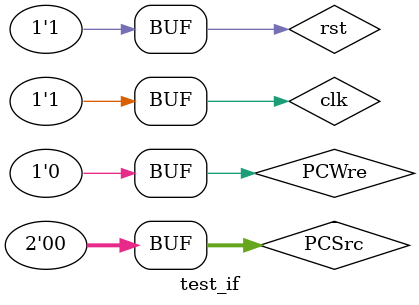
<source format=v>
`timescale 1ns / 1ps


module test_if;

	// Inputs
	reg clk;
	reg rst;
	reg [1:0] PCSrc;
	reg PCWre ;
	// Outputs
	wire [31:0] IRInstruction;
	wire [31:0] curPC;

	// Instantiate the Unit Under Test (UUT)
	IF uut (
		.clk(clk), 
		.rst(rst), 
		.PCSrc(PCSrc), 
		.IRInstruction(IRInstruction), 
		.curPC(curPC),
		.PCWre(PCWre)
	);

	initial begin
		// Initialize Inputs
		clk = 0;
		rst = 0;
		PCSrc = 2'b00;
		PCWre = 0;
		// Wait 100 ns for global reset to finish
		#1000;
		
        rst = 1;
		#20 clk = 1;
		#20 clk = 0;
		#20 clk = 1;
		#20 clk = 0;
		#20 clk = 1;
		#20 clk =0;
		#20 clk = 1;
		PCWre = 1;
		#20 clk = ~clk;
		#20 clk = ~clk;
		PCWre = 0;
		// Add stimulus here

	end
      
endmodule


</source>
